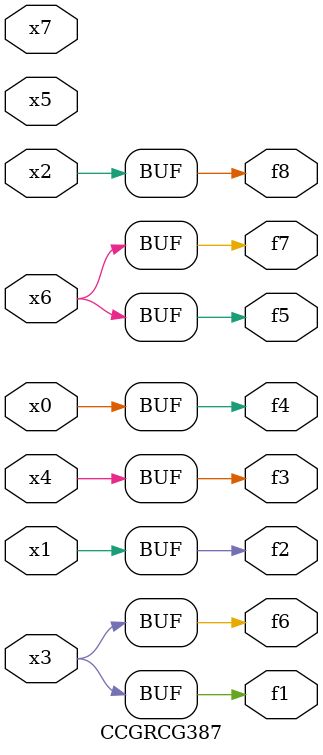
<source format=v>
module CCGRCG387(
	input x0, x1, x2, x3, x4, x5, x6, x7,
	output f1, f2, f3, f4, f5, f6, f7, f8
);
	assign f1 = x3;
	assign f2 = x1;
	assign f3 = x4;
	assign f4 = x0;
	assign f5 = x6;
	assign f6 = x3;
	assign f7 = x6;
	assign f8 = x2;
endmodule

</source>
